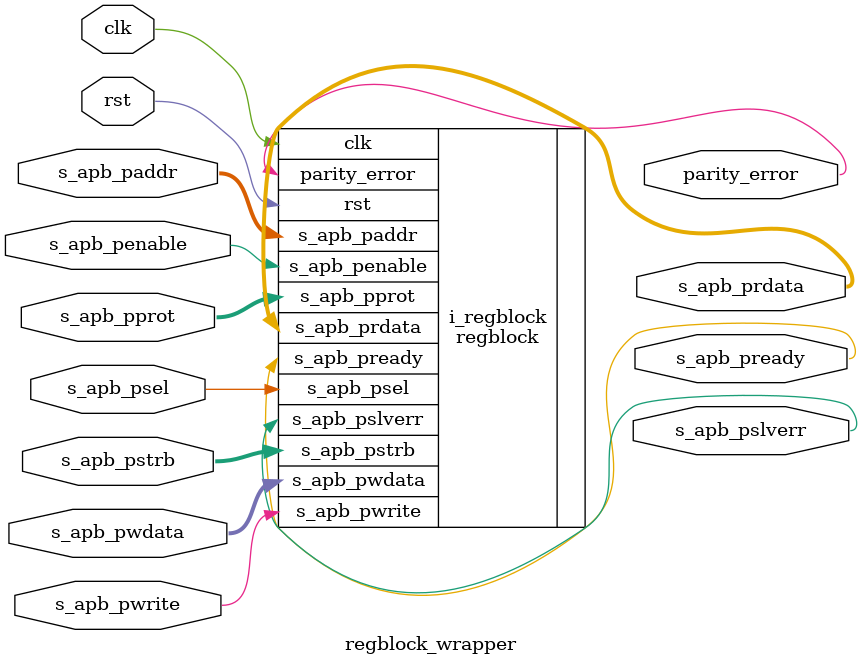
<source format=sv>

module regblock_wrapper (
        input wire clk,
        input wire rst,

        output logic parity_error,

        input wire s_apb_psel,
        input wire s_apb_penable,
        input wire s_apb_pwrite,
        input wire [2:0] s_apb_pprot,
        input wire [12:0] s_apb_paddr,
        input wire [31:0] s_apb_pwdata,
        input wire [3:0] s_apb_pstrb,
        output logic s_apb_pready,
        output logic [31:0] s_apb_prdata,
        output logic s_apb_pslverr


    );

    //--------------------------------------------------------------------------
    // Internal hwif struct signals
    //--------------------------------------------------------------------------

    //--------------------------------------------------------------------------
    // Flatten struct to individual signals
    //--------------------------------------------------------------------------


    //--------------------------------------------------------------------------
    // Instantiate the main regblock module
    //--------------------------------------------------------------------------
    regblock i_regblock (
        .clk(clk),
        .rst(rst),
        .parity_error(parity_error),

        .s_apb_psel(s_apb_psel),
        .s_apb_penable(s_apb_penable),
        .s_apb_pwrite(s_apb_pwrite),
        .s_apb_pprot(s_apb_pprot),
        .s_apb_paddr(s_apb_paddr),
        .s_apb_pwdata(s_apb_pwdata),
        .s_apb_pstrb(s_apb_pstrb),
        .s_apb_pready(s_apb_pready),
        .s_apb_prdata(s_apb_prdata),
        .s_apb_pslverr(s_apb_pslverr)
    );

endmodule

</source>
